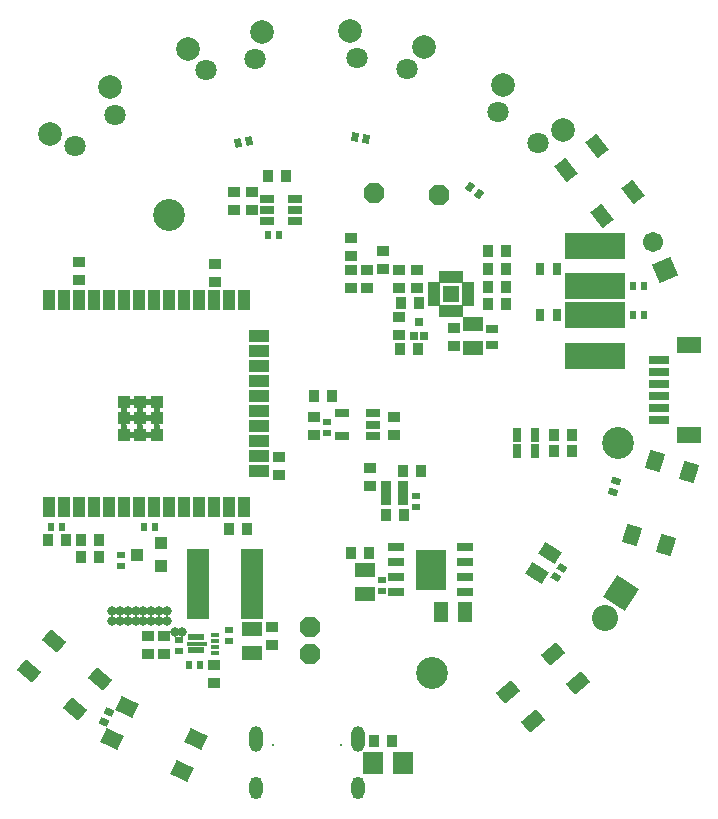
<source format=gts>
G04*
G04 #@! TF.GenerationSoftware,Altium Limited,Altium Designer,22.1.2 (22)*
G04*
G04 Layer_Color=8388736*
%FSLAX25Y25*%
%MOIN*%
G70*
G04*
G04 #@! TF.SameCoordinates,673B4CCC-D109-4FC9-AC55-69538E973762*
G04*
G04*
G04 #@! TF.FilePolarity,Negative*
G04*
G01*
G75*
%ADD66R,0.04300X0.03800*%
%ADD67R,0.03800X0.04300*%
%ADD68R,0.06800X0.07800*%
%ADD69R,0.04422X0.04028*%
%ADD70R,0.02933X0.02233*%
%ADD71R,0.02233X0.02933*%
%ADD72R,0.02972X0.02272*%
G04:AMPARAMS|DCode=73|XSize=29.72mil|YSize=22.72mil|CornerRadius=0mil|HoleSize=0mil|Usage=FLASHONLY|Rotation=283.000|XOffset=0mil|YOffset=0mil|HoleType=Round|Shape=Rectangle|*
%AMROTATEDRECTD73*
4,1,4,-0.01441,0.01193,0.00773,0.01704,0.01441,-0.01193,-0.00773,-0.01704,-0.01441,0.01193,0.0*
%
%ADD73ROTATEDRECTD73*%

G04:AMPARAMS|DCode=74|XSize=63.12mil|YSize=51.31mil|CornerRadius=0mil|HoleSize=0mil|Usage=FLASHONLY|Rotation=73.000|XOffset=0mil|YOffset=0mil|HoleType=Round|Shape=Rectangle|*
%AMROTATEDRECTD74*
4,1,4,0.01531,-0.03768,-0.03376,-0.02268,-0.01531,0.03768,0.03376,0.02268,0.01531,-0.03768,0.0*
%
%ADD74ROTATEDRECTD74*%

G04:AMPARAMS|DCode=75|XSize=29.72mil|YSize=22.72mil|CornerRadius=0mil|HoleSize=0mil|Usage=FLASHONLY|Rotation=327.000|XOffset=0mil|YOffset=0mil|HoleType=Round|Shape=Rectangle|*
%AMROTATEDRECTD75*
4,1,4,-0.01865,-0.00144,-0.00628,0.01762,0.01865,0.00144,0.00628,-0.01762,-0.01865,-0.00144,0.0*
%
%ADD75ROTATEDRECTD75*%

%ADD76R,0.04343X0.06706*%
%ADD77R,0.03972X0.03472*%
%ADD78R,0.07493X0.23241*%
%ADD79R,0.04343X0.04343*%
%ADD80R,0.06706X0.04343*%
%ADD81R,0.03438X0.01981*%
G04:AMPARAMS|DCode=82|XSize=67.06mil|YSize=47.37mil|CornerRadius=0mil|HoleSize=0mil|Usage=FLASHONLY|Rotation=320.000|XOffset=0mil|YOffset=0mil|HoleType=Round|Shape=Rectangle|*
%AMROTATEDRECTD82*
4,1,4,-0.04091,0.00341,-0.01046,0.03970,0.04091,-0.00341,0.01046,-0.03970,-0.04091,0.00341,0.0*
%
%ADD82ROTATEDRECTD82*%

%ADD83R,0.03472X0.03972*%
%ADD84R,0.02272X0.02972*%
G04:AMPARAMS|DCode=85|XSize=63.12mil|YSize=51.31mil|CornerRadius=0mil|HoleSize=0mil|Usage=FLASHONLY|Rotation=335.000|XOffset=0mil|YOffset=0mil|HoleType=Round|Shape=Rectangle|*
%AMROTATEDRECTD85*
4,1,4,-0.03944,-0.00991,-0.01776,0.03659,0.03944,0.00991,0.01776,-0.03659,-0.03944,-0.00991,0.0*
%
%ADD85ROTATEDRECTD85*%

%ADD86P,0.07360X8X292.5*%
G04:AMPARAMS|DCode=87|XSize=67.06mil|YSize=47.37mil|CornerRadius=0mil|HoleSize=0mil|Usage=FLASHONLY|Rotation=128.000|XOffset=0mil|YOffset=0mil|HoleType=Round|Shape=Rectangle|*
%AMROTATEDRECTD87*
4,1,4,0.03931,-0.01184,0.00198,-0.04100,-0.03931,0.01184,-0.00198,0.04100,0.03931,-0.01184,0.0*
%
%ADD87ROTATEDRECTD87*%

%ADD88R,0.04551X0.06551*%
%ADD89R,0.06551X0.04551*%
G04:AMPARAMS|DCode=90|XSize=67.06mil|YSize=47.37mil|CornerRadius=0mil|HoleSize=0mil|Usage=FLASHONLY|Rotation=220.000|XOffset=0mil|YOffset=0mil|HoleType=Round|Shape=Rectangle|*
%AMROTATEDRECTD90*
4,1,4,0.01046,0.03970,0.04091,0.00341,-0.01046,-0.03970,-0.04091,-0.00341,0.01046,0.03970,0.0*
%
%ADD90ROTATEDRECTD90*%

%ADD91R,0.05131X0.03162*%
%ADD92R,0.05524X0.03162*%
%ADD93R,0.10249X0.13792*%
%ADD94R,0.02572X0.01784*%
%ADD95R,0.06509X0.01587*%
%ADD96R,0.05328X0.02178*%
%ADD97R,0.02769X0.04737*%
G04:AMPARAMS|DCode=98|XSize=45.51mil|YSize=65.51mil|CornerRadius=0mil|HoleSize=0mil|Usage=FLASHONLY|Rotation=237.000|XOffset=0mil|YOffset=0mil|HoleType=Round|Shape=Rectangle|*
%AMROTATEDRECTD98*
4,1,4,-0.01508,0.03693,0.03987,0.00125,0.01508,-0.03693,-0.03987,-0.00125,-0.01508,0.03693,0.0*
%
%ADD98ROTATEDRECTD98*%

G04:AMPARAMS|DCode=99|XSize=29.72mil|YSize=22.72mil|CornerRadius=0mil|HoleSize=0mil|Usage=FLASHONLY|Rotation=155.000|XOffset=0mil|YOffset=0mil|HoleType=Round|Shape=Rectangle|*
%AMROTATEDRECTD99*
4,1,4,0.01827,0.00402,0.00867,-0.01658,-0.01827,-0.00402,-0.00867,0.01658,0.01827,0.00402,0.0*
%
%ADD99ROTATEDRECTD99*%

G04:AMPARAMS|DCode=100|XSize=29.72mil|YSize=22.72mil|CornerRadius=0mil|HoleSize=0mil|Usage=FLASHONLY|Rotation=232.900|XOffset=0mil|YOffset=0mil|HoleType=Round|Shape=Rectangle|*
%AMROTATEDRECTD100*
4,1,4,-0.00010,0.01871,0.01803,0.00500,0.00010,-0.01871,-0.01803,-0.00500,-0.00010,0.01871,0.0*
%
%ADD100ROTATEDRECTD100*%

G04:AMPARAMS|DCode=101|XSize=29.72mil|YSize=22.72mil|CornerRadius=0mil|HoleSize=0mil|Usage=FLASHONLY|Rotation=258.000|XOffset=0mil|YOffset=0mil|HoleType=Round|Shape=Rectangle|*
%AMROTATEDRECTD101*
4,1,4,-0.00802,0.01690,0.01420,0.01218,0.00802,-0.01690,-0.01420,-0.01218,-0.00802,0.01690,0.0*
%
%ADD101ROTATEDRECTD101*%

G04:AMPARAMS|DCode=102|XSize=29.72mil|YSize=22.72mil|CornerRadius=0mil|HoleSize=0mil|Usage=FLASHONLY|Rotation=163.000|XOffset=0mil|YOffset=0mil|HoleType=Round|Shape=Rectangle|*
%AMROTATEDRECTD102*
4,1,4,0.01753,0.00652,0.01089,-0.01521,-0.01753,-0.00652,-0.01089,0.01521,0.01753,0.00652,0.0*
%
%ADD102ROTATEDRECTD102*%

%ADD103R,0.07099X0.02769*%
%ADD104R,0.07887X0.05524*%
%ADD105R,0.04737X0.03162*%
%ADD106R,0.03162X0.03950*%
%ADD107R,0.03950X0.03162*%
%ADD108R,0.20091X0.09068*%
%ADD109R,0.03950X0.01981*%
%ADD110R,0.01981X0.03950*%
%ADD111R,0.05642X0.05642*%
%ADD112R,0.02769X0.02572*%
%ADD113C,0.07099*%
%ADD114C,0.07887*%
%ADD115C,0.02362*%
%ADD116O,0.04343X0.08674*%
%ADD117O,0.04343X0.07493*%
%ADD118C,0.10630*%
%ADD119P,0.12267X4X282.0*%
%ADD120C,0.08674*%
%ADD121C,0.00800*%
%ADD122C,0.06706*%
%ADD123P,0.09483X4X158.0*%
%ADD124C,0.03162*%
D66*
X97228Y-156728D02*
D03*
Y-150728D02*
D03*
X145488Y-37664D02*
D03*
Y-31664D02*
D03*
X123650Y-37602D02*
D03*
Y-31602D02*
D03*
X129088Y-37764D02*
D03*
Y-31765D02*
D03*
X139488Y-31664D02*
D03*
Y-37664D02*
D03*
X90528Y-5705D02*
D03*
Y-11705D02*
D03*
X77828Y-169405D02*
D03*
Y-163405D02*
D03*
X33028Y-35105D02*
D03*
X33028Y-29105D02*
D03*
X123550Y-26942D02*
D03*
Y-20942D02*
D03*
X99700Y-99913D02*
D03*
Y-93913D02*
D03*
X78128Y-35605D02*
D03*
X78128Y-29605D02*
D03*
X134288Y-25464D02*
D03*
Y-31464D02*
D03*
X139688Y-53264D02*
D03*
Y-47265D02*
D03*
X84600Y-5700D02*
D03*
Y-11700D02*
D03*
D67*
X135128Y-113200D02*
D03*
X141128D02*
D03*
X137300Y-188800D02*
D03*
X131300D02*
D03*
X101828Y-405D02*
D03*
X95828D02*
D03*
X175188Y-25365D02*
D03*
X169188D02*
D03*
X175188Y-31264D02*
D03*
X169188D02*
D03*
X175188Y-37165D02*
D03*
X169188D02*
D03*
X175188Y-43064D02*
D03*
X169188D02*
D03*
X33650Y-121755D02*
D03*
X39650Y-121755D02*
D03*
X129728Y-126005D02*
D03*
X123728Y-126005D02*
D03*
X141003Y-98474D02*
D03*
X147003Y-98474D02*
D03*
X191128Y-86505D02*
D03*
X197128D02*
D03*
X83028Y-118129D02*
D03*
X89028D02*
D03*
X191128Y-92005D02*
D03*
X197128D02*
D03*
X140288Y-42564D02*
D03*
X146288D02*
D03*
X139788Y-57964D02*
D03*
X145788D02*
D03*
D68*
X130800Y-196100D02*
D03*
X140800D02*
D03*
D69*
X52349Y-126504D02*
D03*
X60223Y-130244D02*
D03*
Y-122764D02*
D03*
D70*
X47048Y-126768D02*
D03*
Y-130468D02*
D03*
D71*
X58184Y-117419D02*
D03*
X54484D02*
D03*
X69578Y-163405D02*
D03*
X73278D02*
D03*
D72*
X82828Y-155355D02*
D03*
X82828Y-151655D02*
D03*
X145416Y-110616D02*
D03*
X145416Y-106916D02*
D03*
X66128Y-154955D02*
D03*
Y-158655D02*
D03*
X133828Y-134855D02*
D03*
X133828Y-138555D02*
D03*
X115728Y-85905D02*
D03*
Y-82205D02*
D03*
D73*
X86089Y10615D02*
D03*
X89695Y11448D02*
D03*
D74*
X228734Y-123367D02*
D03*
X236216Y-98895D02*
D03*
X224921Y-95442D02*
D03*
X217439Y-119914D02*
D03*
D75*
X193918Y-130831D02*
D03*
X191903Y-133934D02*
D03*
D76*
X28034Y-41756D02*
D03*
X23034Y-41756D02*
D03*
X33034D02*
D03*
X38034D02*
D03*
X43034Y-41756D02*
D03*
X48034Y-41756D02*
D03*
X53034Y-41756D02*
D03*
X58034Y-41756D02*
D03*
X63034Y-41756D02*
D03*
X68034Y-41756D02*
D03*
X73034Y-41756D02*
D03*
X78034Y-41756D02*
D03*
X83034Y-41756D02*
D03*
X88034D02*
D03*
X23034Y-110653D02*
D03*
X28034Y-110653D02*
D03*
X33034D02*
D03*
X38034Y-110653D02*
D03*
X43034Y-110653D02*
D03*
X48034Y-110653D02*
D03*
X53034Y-110653D02*
D03*
X58034Y-110653D02*
D03*
X63034Y-110653D02*
D03*
X68034Y-110653D02*
D03*
X73034D02*
D03*
X78034Y-110653D02*
D03*
X83034Y-110653D02*
D03*
X88034Y-110653D02*
D03*
D77*
X55828Y-159605D02*
D03*
Y-153605D02*
D03*
X61228Y-159605D02*
D03*
Y-153605D02*
D03*
X129961Y-103740D02*
D03*
X129961Y-97740D02*
D03*
X137946Y-86805D02*
D03*
Y-80805D02*
D03*
X111168Y-86664D02*
D03*
Y-80664D02*
D03*
X158028Y-50905D02*
D03*
Y-56905D02*
D03*
D78*
X90486Y-136205D02*
D03*
X72770D02*
D03*
D79*
X58940Y-75614D02*
D03*
X58940Y-81126D02*
D03*
X58940Y-86638D02*
D03*
X53428Y-75614D02*
D03*
X53428Y-86638D02*
D03*
X47916Y-75614D02*
D03*
X47916Y-81126D02*
D03*
Y-86638D02*
D03*
X53428Y-81126D02*
D03*
D80*
X92955Y-53685D02*
D03*
Y-58685D02*
D03*
Y-63685D02*
D03*
Y-68685D02*
D03*
X92955Y-73685D02*
D03*
X92955Y-78685D02*
D03*
X92955Y-83685D02*
D03*
X92955Y-88685D02*
D03*
X92955Y-93685D02*
D03*
X92955Y-98685D02*
D03*
D81*
X141041Y-102939D02*
D03*
X141041Y-104908D02*
D03*
X141041Y-106876D02*
D03*
X141041Y-108845D02*
D03*
X135214Y-108845D02*
D03*
Y-106876D02*
D03*
Y-104908D02*
D03*
Y-102939D02*
D03*
D82*
X24764Y-155402D02*
D03*
X16412Y-165354D02*
D03*
X31492Y-178008D02*
D03*
X39843Y-168055D02*
D03*
D83*
X33650Y-127155D02*
D03*
X39650Y-127155D02*
D03*
X22528Y-121755D02*
D03*
X28528D02*
D03*
X117228Y-73805D02*
D03*
X111228D02*
D03*
D84*
X27378Y-117255D02*
D03*
X23678D02*
D03*
X221268Y-46805D02*
D03*
X217568D02*
D03*
X96050Y-19900D02*
D03*
X99750D02*
D03*
X221268Y-36964D02*
D03*
X217568D02*
D03*
D85*
X48927Y-177245D02*
D03*
X72120Y-188060D02*
D03*
X67128Y-198764D02*
D03*
X43936Y-187949D02*
D03*
D86*
X131228Y-6105D02*
D03*
X152828Y-6505D02*
D03*
X110100Y-159705D02*
D03*
X110072Y-150533D02*
D03*
D87*
X207369Y-13660D02*
D03*
X217606Y-5661D02*
D03*
X205487Y9851D02*
D03*
X195249Y1852D02*
D03*
D88*
X161628Y-145705D02*
D03*
X153628D02*
D03*
D89*
X128128Y-139605D02*
D03*
Y-131605D02*
D03*
X90628Y-159205D02*
D03*
Y-151205D02*
D03*
X164228Y-57605D02*
D03*
Y-49605D02*
D03*
D90*
X191092Y-159502D02*
D03*
X199443Y-169454D02*
D03*
X184364Y-182108D02*
D03*
X176012Y-172155D02*
D03*
D91*
X120710Y-86945D02*
D03*
Y-79465D02*
D03*
X130946D02*
D03*
Y-83205D02*
D03*
Y-86945D02*
D03*
D92*
X161579Y-124105D02*
D03*
X161579Y-129105D02*
D03*
Y-134105D02*
D03*
Y-139105D02*
D03*
X138677D02*
D03*
X138677Y-134105D02*
D03*
Y-129105D02*
D03*
Y-124105D02*
D03*
D93*
X150128Y-131605D02*
D03*
D94*
X78128Y-153236D02*
D03*
Y-155205D02*
D03*
Y-157173D02*
D03*
Y-159142D02*
D03*
D95*
X72419Y-156189D02*
D03*
D96*
X71829Y-158354D02*
D03*
Y-154024D02*
D03*
D97*
X179015Y-86505D02*
D03*
X184921D02*
D03*
X179015Y-92005D02*
D03*
X184921D02*
D03*
D98*
X185532Y-132637D02*
D03*
X189889Y-125927D02*
D03*
D99*
X41341Y-182401D02*
D03*
X42905Y-179048D02*
D03*
D100*
X166386Y-6175D02*
D03*
X163435Y-3943D02*
D03*
D101*
X128737Y12044D02*
D03*
X125118Y12813D02*
D03*
D102*
X212069Y-101936D02*
D03*
X210987Y-105474D02*
D03*
D103*
X226328Y-81490D02*
D03*
X226328Y-77553D02*
D03*
X226328Y-73616D02*
D03*
X226328Y-69679D02*
D03*
X226328Y-65742D02*
D03*
X226328Y-61805D02*
D03*
D104*
X236269Y-86608D02*
D03*
X236269Y-56687D02*
D03*
D105*
X95663Y-15405D02*
D03*
Y-11665D02*
D03*
Y-7924D02*
D03*
X105112D02*
D03*
Y-11665D02*
D03*
Y-15405D02*
D03*
D106*
X186772Y-46805D02*
D03*
X192284D02*
D03*
X192268Y-31464D02*
D03*
X186756D02*
D03*
D107*
X170528Y-56661D02*
D03*
Y-51149D02*
D03*
D108*
X205068Y-36964D02*
D03*
Y-23579D02*
D03*
Y-60150D02*
D03*
Y-46764D02*
D03*
D109*
X162598Y-36651D02*
D03*
Y-38620D02*
D03*
Y-40588D02*
D03*
Y-42557D02*
D03*
X151377D02*
D03*
Y-40588D02*
D03*
Y-38620D02*
D03*
Y-36651D02*
D03*
D110*
X154035Y-45214D02*
D03*
X156003D02*
D03*
X157972D02*
D03*
X159940D02*
D03*
Y-33994D02*
D03*
X157972D02*
D03*
X156003D02*
D03*
X154035D02*
D03*
D111*
X156988Y-39604D02*
D03*
D112*
X144713Y-53628D02*
D03*
X147863D02*
D03*
X146288Y-49101D02*
D03*
D113*
X45015Y20154D02*
D03*
X31675Y9731D02*
D03*
X75282Y34968D02*
D03*
X91777Y38776D02*
D03*
X142220Y35397D02*
D03*
X125661Y38916D02*
D03*
X185958Y10797D02*
D03*
X172455Y21009D02*
D03*
D114*
X43183Y29214D02*
D03*
X23327Y13701D02*
D03*
X93946Y47762D02*
D03*
X69395Y42094D02*
D03*
X123336Y47863D02*
D03*
X147983Y42624D02*
D03*
X174145Y30097D02*
D03*
X194242Y14898D02*
D03*
D115*
X47916Y-78370D02*
D03*
X50672Y-75614D02*
D03*
X56184Y-75614D02*
D03*
X50672Y-81126D02*
D03*
X53428Y-78370D02*
D03*
X56184Y-81126D02*
D03*
X58940Y-78370D02*
D03*
X58940Y-83882D02*
D03*
X56184Y-86638D02*
D03*
X50672Y-86638D02*
D03*
X47916Y-83882D02*
D03*
X53428Y-83882D02*
D03*
D116*
X91822Y-187936D02*
D03*
X125877Y-187936D02*
D03*
D117*
X91822Y-204393D02*
D03*
X125877Y-204393D02*
D03*
D118*
X150700Y-165900D02*
D03*
X212700Y-89200D02*
D03*
X63028Y-13419D02*
D03*
D119*
X213708Y-139277D02*
D03*
D120*
X208348Y-147532D02*
D03*
D121*
X97472Y-189905D02*
D03*
X120228Y-189905D02*
D03*
D122*
X224228Y-22305D02*
D03*
D123*
X228135Y-31510D02*
D03*
D124*
X44031Y-148729D02*
D03*
Y-145229D02*
D03*
X64816Y-152229D02*
D03*
X67416D02*
D03*
X62216Y-148729D02*
D03*
X59616D02*
D03*
Y-145229D02*
D03*
X62216D02*
D03*
X54416D02*
D03*
X57016D02*
D03*
X51816D02*
D03*
X49216Y-148729D02*
D03*
X46616Y-145229D02*
D03*
Y-148729D02*
D03*
X51816D02*
D03*
X57016D02*
D03*
X49216Y-145229D02*
D03*
X54416Y-148729D02*
D03*
M02*

</source>
